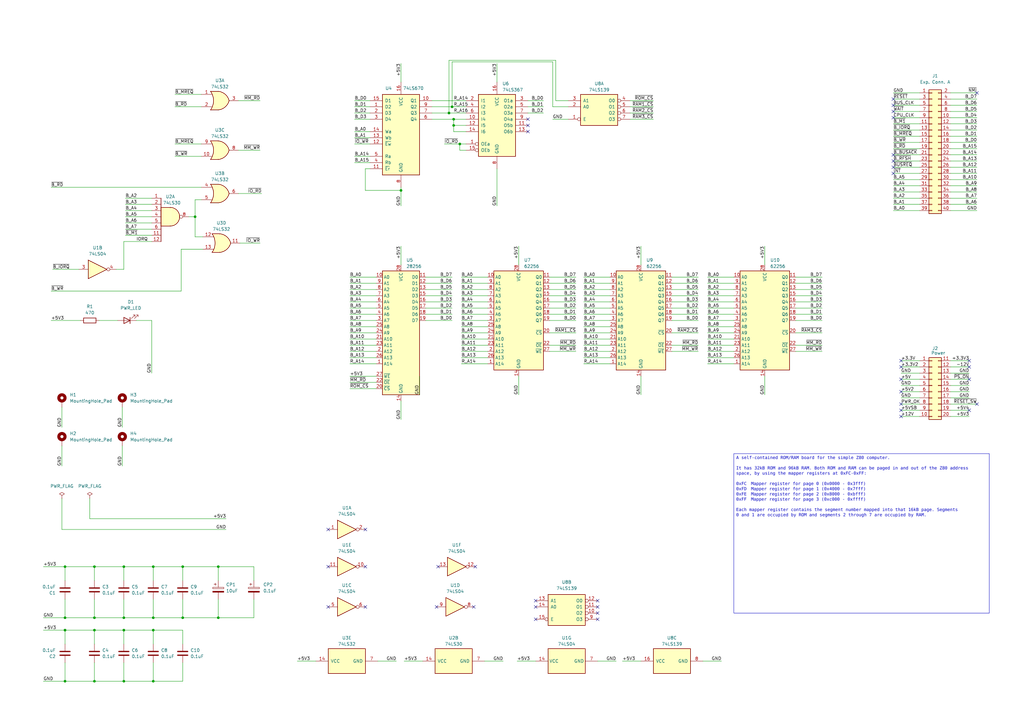
<source format=kicad_sch>
(kicad_sch (version 20230121) (generator eeschema)
  (paper "A3")
  (title_block (title "Simple Z80 ROM/RAM board") (date "2023-08-31") (rev "2.3"))
  (junction (at 185.42 43.815))
  (junction (at 184.15 46.355))
  (junction (at 74.93 232.41))
  (junction (at 50.8 279.4))
  (junction (at 50.8 253.365))
  (junction (at 26.67 258.445))
  (junction (at 188.595 59.055))
  (junction (at 50.8 258.445))
  (junction (at 50.8 232.41))
  (junction (at 80.01 88.9))
  (junction (at 62.865 258.445))
  (junction (at 26.67 279.4))
  (junction (at 74.93 253.365))
  (junction (at 186.055 51.435))
  (junction (at 164.465 78.105))
  (junction (at 62.865 279.4))
  (junction (at 186.055 48.895))
  (junction (at 62.865 253.365))
  (junction (at 38.735 232.41))
  (junction (at 26.67 232.41))
  (junction (at 38.735 258.445))
  (junction (at 38.735 279.4))
  (junction (at 26.67 253.365))
  (junction (at 89.535 253.365))
  (junction (at 38.735 253.365))
  (junction (at 62.865 232.41))
  (junction (at 89.535 232.41))
  (no_connect (at 397.51 147.955))
  (no_connect (at 369.57 160.655))
  (no_connect (at 366.395 43.18))
  (no_connect (at 369.57 165.735))
  (no_connect (at 179.705 232.41))
  (no_connect (at 149.86 248.92))
  (no_connect (at 134.62 232.41))
  (no_connect (at 366.395 48.26))
  (no_connect (at 149.86 217.17))
  (no_connect (at 219.71 254))
  (no_connect (at 194.945 232.41))
  (no_connect (at 400.685 38.1))
  (no_connect (at 369.57 155.575))
  (no_connect (at 245.11 254))
  (no_connect (at 397.51 150.495))
  (no_connect (at 369.57 168.275))
  (no_connect (at 366.395 40.64))
  (no_connect (at 366.395 68.58))
  (no_connect (at 219.71 246.38))
  (no_connect (at 245.11 246.38))
  (no_connect (at 134.62 217.17))
  (no_connect (at 369.57 170.815))
  (no_connect (at 366.395 66.04))
  (no_connect (at 366.395 45.72))
  (no_connect (at 245.11 248.92))
  (no_connect (at 366.395 71.12))
  (no_connect (at 216.535 53.975))
  (no_connect (at 194.31 248.92))
  (no_connect (at 134.62 248.92))
  (no_connect (at 400.685 165.735))
  (no_connect (at 245.11 251.46))
  (no_connect (at 369.57 147.955))
  (no_connect (at 366.395 63.5))
  (no_connect (at 369.57 150.495))
  (no_connect (at 216.535 48.895))
  (no_connect (at 397.51 155.575))
  (no_connect (at 397.51 168.275))
  (no_connect (at 149.86 232.41))
  (no_connect (at 216.535 51.435))
  (no_connect (at 219.71 248.92))
  (no_connect (at 179.07 248.92))
  (wire (pts (xy 236.22 116.205) (xy 225.425 116.205)))
  (wire (pts (xy 25.4 204.47) (xy 25.4 217.17)))
  (wire (pts (xy 145.415 46.355) (xy 151.765 46.355)))
  (wire (pts (xy 239.395 146.685) (xy 250.19 146.685)))
  (wire (pts (xy 366.395 50.8) (xy 377.19 50.8)))
  (wire (pts (xy 38.735 264.16) (xy 38.735 258.445)))
  (wire (pts (xy 21.59 110.49) (xy 32.385 110.49)))
  (wire (pts (xy 145.415 41.275) (xy 151.765 41.275)))
  (wire (pts (xy 74.295 102.235) (xy 74.295 119.38)))
  (wire (pts (xy 203.835 26.035) (xy 203.835 33.655)))
  (wire (pts (xy 236.22 131.445) (xy 225.425 131.445)))
  (wire (pts (xy 191.135 59.055) (xy 188.595 59.055)))
  (wire (pts (xy 177.165 43.815) (xy 185.42 43.815)))
  (wire (pts (xy 366.395 55.88) (xy 377.19 55.88)))
  (wire (pts (xy 189.23 144.145) (xy 200.025 144.145)))
  (wire (pts (xy 225.425 136.525) (xy 236.22 136.525)))
  (wire (pts (xy 275.59 141.605) (xy 286.385 141.605)))
  (wire (pts (xy 50.165 167.005) (xy 50.165 175.26)))
  (wire (pts (xy 389.89 158.115) (xy 397.51 158.115)))
  (wire (pts (xy 275.59 136.525) (xy 286.385 136.525)))
  (wire (pts (xy 400.685 71.12) (xy 389.89 71.12)))
  (wire (pts (xy 366.395 45.72) (xy 377.19 45.72)))
  (wire (pts (xy 62.23 131.445) (xy 62.23 153.035)))
  (wire (pts (xy 366.395 43.18) (xy 377.19 43.18)))
  (wire (pts (xy 258.445 41.275) (xy 267.97 41.275)))
  (wire (pts (xy 290.195 126.365) (xy 300.99 126.365)))
  (wire (pts (xy 400.685 50.8) (xy 389.89 50.8)))
  (wire (pts (xy 236.22 128.905) (xy 225.425 128.905)))
  (wire (pts (xy 50.8 279.4) (xy 62.865 279.4)))
  (wire (pts (xy 38.735 258.445) (xy 50.8 258.445)))
  (wire (pts (xy 80.01 88.9) (xy 80.01 81.915)))
  (wire (pts (xy 239.395 133.985) (xy 250.19 133.985)))
  (wire (pts (xy 186.055 48.895) (xy 186.055 51.435)))
  (wire (pts (xy 50.8 238.125) (xy 50.8 232.41)))
  (wire (pts (xy 286.385 113.665) (xy 275.59 113.665)))
  (wire (pts (xy 400.685 48.26) (xy 389.89 48.26)))
  (wire (pts (xy 47.625 110.49) (xy 50.8 110.49)))
  (wire (pts (xy 89.535 232.41) (xy 89.535 238.125)))
  (wire (pts (xy 189.23 141.605) (xy 200.025 141.605)))
  (wire (pts (xy 212.725 100.965) (xy 212.725 108.585)))
  (wire (pts (xy 62.865 232.41) (xy 74.93 232.41)))
  (wire (pts (xy 337.185 123.825) (xy 326.39 123.825)))
  (wire (pts (xy 326.39 136.525) (xy 337.185 136.525)))
  (wire (pts (xy 400.685 76.2) (xy 389.89 76.2)))
  (wire (pts (xy 38.735 232.41) (xy 50.8 232.41)))
  (wire (pts (xy 26.67 245.745) (xy 26.67 253.365)))
  (wire (pts (xy 366.395 60.96) (xy 377.19 60.96)))
  (wire (pts (xy 185.42 128.905) (xy 174.625 128.905)))
  (wire (pts (xy 222.885 46.355) (xy 216.535 46.355)))
  (wire (pts (xy 189.23 149.225) (xy 200.025 149.225)))
  (wire (pts (xy 26.67 264.16) (xy 26.67 258.445)))
  (wire (pts (xy 177.165 46.355) (xy 184.15 46.355)))
  (wire (pts (xy 189.23 146.685) (xy 200.025 146.685)))
  (wire (pts (xy 25.4 182.88) (xy 25.4 191.135)))
  (wire (pts (xy 397.51 153.035) (xy 389.89 153.035)))
  (wire (pts (xy 177.165 48.895) (xy 186.055 48.895)))
  (wire (pts (xy 262.89 161.925) (xy 262.89 154.305)))
  (wire (pts (xy 189.23 128.905) (xy 200.025 128.905)))
  (wire (pts (xy 89.535 253.365) (xy 89.535 245.745)))
  (wire (pts (xy 239.395 149.225) (xy 250.19 149.225)))
  (wire (pts (xy 164.465 172.085) (xy 164.465 164.465)))
  (wire (pts (xy 189.23 131.445) (xy 200.025 131.445)))
  (wire (pts (xy 239.395 139.065) (xy 250.19 139.065)))
  (wire (pts (xy 366.395 66.04) (xy 377.19 66.04)))
  (wire (pts (xy 337.185 116.205) (xy 326.39 116.205)))
  (wire (pts (xy 369.57 147.955) (xy 377.19 147.955)))
  (wire (pts (xy 143.51 154.305) (xy 154.305 154.305)))
  (wire (pts (xy 185.42 123.825) (xy 174.625 123.825)))
  (wire (pts (xy 189.23 113.665) (xy 200.025 113.665)))
  (wire (pts (xy 255.27 271.145) (xy 262.89 271.145)))
  (wire (pts (xy 38.735 279.4) (xy 50.8 279.4)))
  (wire (pts (xy 143.51 141.605) (xy 154.305 141.605)))
  (wire (pts (xy 212.09 271.145) (xy 219.71 271.145)))
  (wire (pts (xy 366.395 86.36) (xy 377.19 86.36)))
  (wire (pts (xy 239.395 144.145) (xy 250.19 144.145)))
  (wire (pts (xy 149.86 78.105) (xy 164.465 78.105)))
  (wire (pts (xy 369.57 150.495) (xy 377.19 150.495)))
  (wire (pts (xy 397.51 150.495) (xy 389.89 150.495)))
  (wire (pts (xy 50.8 232.41) (xy 62.865 232.41)))
  (wire (pts (xy 286.385 123.825) (xy 275.59 123.825)))
  (wire (pts (xy 143.51 121.285) (xy 154.305 121.285)))
  (wire (pts (xy 397.51 155.575) (xy 389.89 155.575)))
  (wire (pts (xy 189.23 139.065) (xy 200.025 139.065)))
  (wire (pts (xy 400.685 66.04) (xy 389.89 66.04)))
  (wire (pts (xy 25.4 217.17) (xy 92.71 217.17)))
  (wire (pts (xy 36.83 212.725) (xy 92.71 212.725)))
  (wire (pts (xy 366.395 40.64) (xy 377.19 40.64)))
  (wire (pts (xy 369.57 170.815) (xy 377.19 170.815)))
  (wire (pts (xy 143.51 113.665) (xy 154.305 113.665)))
  (wire (pts (xy 369.57 163.195) (xy 377.19 163.195)))
  (wire (pts (xy 62.865 264.16) (xy 62.865 258.445)))
  (wire (pts (xy 397.51 170.815) (xy 389.89 170.815)))
  (wire (pts (xy 143.51 136.525) (xy 154.305 136.525)))
  (wire (pts (xy 337.185 128.905) (xy 326.39 128.905)))
  (wire (pts (xy 366.395 83.82) (xy 377.19 83.82)))
  (wire (pts (xy 62.865 258.445) (xy 74.93 258.445)))
  (wire (pts (xy 143.51 116.205) (xy 154.305 116.205)))
  (wire (pts (xy 188.595 61.595) (xy 188.595 59.055)))
  (wire (pts (xy 400.685 165.735) (xy 389.89 165.735)))
  (wire (pts (xy 38.735 271.78) (xy 38.735 279.4)))
  (wire (pts (xy 26.67 253.365) (xy 38.735 253.365)))
  (wire (pts (xy 25.4 167.005) (xy 25.4 175.26)))
  (wire (pts (xy 20.955 131.445) (xy 33.02 131.445)))
  (wire (pts (xy 143.51 128.905) (xy 154.305 128.905)))
  (wire (pts (xy 400.685 58.42) (xy 389.89 58.42)))
  (wire (pts (xy 258.445 48.895) (xy 267.97 48.895)))
  (wire (pts (xy 222.885 43.815) (xy 216.535 43.815)))
  (wire (pts (xy 145.415 64.135) (xy 151.765 64.135)))
  (wire (pts (xy 290.195 118.745) (xy 300.99 118.745)))
  (wire (pts (xy 290.195 113.665) (xy 300.99 113.665)))
  (wire (pts (xy 400.685 83.82) (xy 389.89 83.82)))
  (wire (pts (xy 151.765 59.055) (xy 145.415 59.055)))
  (wire (pts (xy 206.375 271.145) (xy 198.755 271.145)))
  (wire (pts (xy 143.51 144.145) (xy 154.305 144.145)))
  (wire (pts (xy 369.57 153.035) (xy 377.19 153.035)))
  (wire (pts (xy 165.735 271.145) (xy 173.355 271.145)))
  (wire (pts (xy 20.955 119.38) (xy 74.295 119.38)))
  (wire (pts (xy 74.93 238.125) (xy 74.93 232.41)))
  (wire (pts (xy 326.39 141.605) (xy 337.185 141.605)))
  (wire (pts (xy 38.735 245.745) (xy 38.735 253.365)))
  (wire (pts (xy 17.78 253.365) (xy 26.67 253.365)))
  (wire (pts (xy 400.685 68.58) (xy 389.89 68.58)))
  (wire (pts (xy 143.51 123.825) (xy 154.305 123.825)))
  (wire (pts (xy 74.93 271.78) (xy 74.93 279.4)))
  (wire (pts (xy 145.415 56.515) (xy 151.765 56.515)))
  (wire (pts (xy 366.395 48.26) (xy 377.19 48.26)))
  (wire (pts (xy 295.91 271.145) (xy 288.29 271.145)))
  (wire (pts (xy 290.195 116.205) (xy 300.99 116.205)))
  (wire (pts (xy 227.965 41.275) (xy 233.045 41.275)))
  (wire (pts (xy 400.685 53.34) (xy 389.89 53.34)))
  (wire (pts (xy 286.385 126.365) (xy 275.59 126.365)))
  (wire (pts (xy 98.425 99.695) (xy 106.68 99.695)))
  (wire (pts (xy 225.425 144.145) (xy 236.22 144.145)))
  (wire (pts (xy 145.415 53.975) (xy 151.765 53.975)))
  (wire (pts (xy 185.42 126.365) (xy 174.625 126.365)))
  (wire (pts (xy 38.735 238.125) (xy 38.735 232.41)))
  (wire (pts (xy 400.685 81.28) (xy 389.89 81.28)))
  (wire (pts (xy 400.685 40.64) (xy 389.89 40.64)))
  (wire (pts (xy 239.395 121.285) (xy 250.19 121.285)))
  (wire (pts (xy 164.465 100.965) (xy 164.465 108.585)))
  (wire (pts (xy 226.695 25.4) (xy 226.695 43.815)))
  (wire (pts (xy 366.395 58.42) (xy 377.19 58.42)))
  (wire (pts (xy 104.14 232.41) (xy 104.14 238.125)))
  (wire (pts (xy 369.57 158.115) (xy 377.19 158.115)))
  (wire (pts (xy 164.465 78.105) (xy 164.465 76.835)))
  (wire (pts (xy 326.39 144.145) (xy 337.185 144.145)))
  (wire (pts (xy 366.395 81.28) (xy 377.19 81.28)))
  (wire (pts (xy 71.755 43.815) (xy 82.55 43.815)))
  (wire (pts (xy 74.93 232.41) (xy 89.535 232.41)))
  (wire (pts (xy 290.195 128.905) (xy 300.99 128.905)))
  (wire (pts (xy 26.67 271.78) (xy 26.67 279.4)))
  (wire (pts (xy 184.15 24.765) (xy 184.15 46.355)))
  (wire (pts (xy 222.885 41.275) (xy 216.535 41.275)))
  (wire (pts (xy 38.735 253.365) (xy 50.8 253.365)))
  (wire (pts (xy 185.42 113.665) (xy 174.625 113.665)))
  (wire (pts (xy 164.465 26.035) (xy 164.465 33.655)))
  (wire (pts (xy 366.395 38.1) (xy 377.19 38.1)))
  (wire (pts (xy 236.22 121.285) (xy 225.425 121.285)))
  (wire (pts (xy 400.685 45.72) (xy 389.89 45.72)))
  (wire (pts (xy 400.685 63.5) (xy 389.89 63.5)))
  (wire (pts (xy 400.685 78.74) (xy 389.89 78.74)))
  (wire (pts (xy 212.725 161.925) (xy 212.725 154.305)))
  (wire (pts (xy 236.22 123.825) (xy 225.425 123.825)))
  (wire (pts (xy 83.185 102.235) (xy 74.295 102.235)))
  (wire (pts (xy 186.055 51.435) (xy 191.135 51.435)))
  (wire (pts (xy 286.385 128.905) (xy 275.59 128.905)))
  (wire (pts (xy 290.195 121.285) (xy 300.99 121.285)))
  (wire (pts (xy 286.385 118.745) (xy 275.59 118.745)))
  (wire (pts (xy 145.415 66.675) (xy 151.765 66.675)))
  (wire (pts (xy 185.42 116.205) (xy 174.625 116.205)))
  (wire (pts (xy 50.8 253.365) (xy 62.865 253.365)))
  (wire (pts (xy 337.185 118.745) (xy 326.39 118.745)))
  (wire (pts (xy 17.78 232.41) (xy 26.67 232.41)))
  (wire (pts (xy 400.685 86.36) (xy 389.89 86.36)))
  (wire (pts (xy 143.51 131.445) (xy 154.305 131.445)))
  (wire (pts (xy 397.51 163.195) (xy 389.89 163.195)))
  (wire (pts (xy 236.22 126.365) (xy 225.425 126.365)))
  (wire (pts (xy 400.685 60.96) (xy 389.89 60.96)))
  (wire (pts (xy 397.51 147.955) (xy 389.89 147.955)))
  (wire (pts (xy 252.73 271.145) (xy 245.11 271.145)))
  (wire (pts (xy 71.755 64.135) (xy 82.55 64.135)))
  (wire (pts (xy 369.57 160.655) (xy 377.19 160.655)))
  (wire (pts (xy 51.435 83.82) (xy 62.23 83.82)))
  (wire (pts (xy 143.51 118.745) (xy 154.305 118.745)))
  (wire (pts (xy 151.765 69.215) (xy 149.86 69.215)))
  (wire (pts (xy 225.425 141.605) (xy 236.22 141.605)))
  (wire (pts (xy 275.59 144.145) (xy 286.385 144.145)))
  (wire (pts (xy 290.195 123.825) (xy 300.99 123.825)))
  (wire (pts (xy 400.685 73.66) (xy 389.89 73.66)))
  (wire (pts (xy 50.8 245.745) (xy 50.8 253.365)))
  (wire (pts (xy 366.395 63.5) (xy 377.19 63.5)))
  (wire (pts (xy 143.51 159.385) (xy 154.305 159.385)))
  (wire (pts (xy 236.22 113.665) (xy 225.425 113.665)))
  (wire (pts (xy 239.395 136.525) (xy 250.19 136.525)))
  (wire (pts (xy 239.395 141.605) (xy 250.19 141.605)))
  (wire (pts (xy 185.42 121.285) (xy 174.625 121.285)))
  (wire (pts (xy 189.23 123.825) (xy 200.025 123.825)))
  (wire (pts (xy 50.8 99.06) (xy 62.23 99.06)))
  (wire (pts (xy 239.395 123.825) (xy 250.19 123.825)))
  (wire (pts (xy 337.185 131.445) (xy 326.39 131.445)))
  (wire (pts (xy 239.395 131.445) (xy 250.19 131.445)))
  (wire (pts (xy 290.195 131.445) (xy 300.99 131.445)))
  (wire (pts (xy 89.535 232.41) (xy 104.14 232.41)))
  (wire (pts (xy 184.15 24.765) (xy 227.965 24.765)))
  (wire (pts (xy 51.435 93.98) (xy 62.23 93.98)))
  (wire (pts (xy 154.305 156.845) (xy 143.51 156.845)))
  (wire (pts (xy 20.955 76.835) (xy 82.55 76.835)))
  (wire (pts (xy 74.93 264.16) (xy 74.93 258.445)))
  (wire (pts (xy 17.78 279.4) (xy 26.67 279.4)))
  (wire (pts (xy 337.185 113.665) (xy 326.39 113.665)))
  (wire (pts (xy 239.395 113.665) (xy 250.19 113.665)))
  (wire (pts (xy 290.195 141.605) (xy 300.99 141.605)))
  (wire (pts (xy 313.69 100.965) (xy 313.69 108.585)))
  (wire (pts (xy 50.165 182.88) (xy 50.165 191.135)))
  (wire (pts (xy 97.79 61.595) (xy 106.68 61.595)))
  (wire (pts (xy 50.8 110.49) (xy 50.8 99.06)))
  (wire (pts (xy 26.67 258.445) (xy 38.735 258.445)))
  (wire (pts (xy 80.01 97.155) (xy 80.01 88.9)))
  (wire (pts (xy 77.47 88.9) (xy 80.01 88.9)))
  (wire (pts (xy 290.195 139.065) (xy 300.99 139.065)))
  (wire (pts (xy 397.51 168.275) (xy 389.89 168.275)))
  (wire (pts (xy 177.165 41.275) (xy 191.135 41.275)))
  (wire (pts (xy 189.23 126.365) (xy 200.025 126.365)))
  (wire (pts (xy 62.865 271.78) (xy 62.865 279.4)))
  (wire (pts (xy 51.435 91.44) (xy 62.23 91.44)))
  (wire (pts (xy 185.42 118.745) (xy 174.625 118.745)))
  (wire (pts (xy 239.395 126.365) (xy 250.19 126.365)))
  (wire (pts (xy 184.15 46.355) (xy 191.135 46.355)))
  (wire (pts (xy 143.51 149.225) (xy 154.305 149.225)))
  (wire (pts (xy 143.51 126.365) (xy 154.305 126.365)))
  (wire (pts (xy 239.395 118.745) (xy 250.19 118.745)))
  (wire (pts (xy 226.695 43.815) (xy 233.045 43.815)))
  (wire (pts (xy 62.865 238.125) (xy 62.865 232.41)))
  (wire (pts (xy 313.69 161.925) (xy 313.69 154.305)))
  (wire (pts (xy 26.67 232.41) (xy 38.735 232.41)))
  (wire (pts (xy 51.435 81.28) (xy 62.23 81.28)))
  (wire (pts (xy 121.92 271.145) (xy 129.54 271.145)))
  (wire (pts (xy 366.395 68.58) (xy 377.19 68.58)))
  (wire (pts (xy 97.79 41.275) (xy 106.68 41.275)))
  (wire (pts (xy 369.57 168.275) (xy 377.19 168.275)))
  (wire (pts (xy 262.89 100.965) (xy 262.89 108.585)))
  (wire (pts (xy 50.8 271.78) (xy 50.8 279.4)))
  (wire (pts (xy 258.445 43.815) (xy 267.97 43.815)))
  (wire (pts (xy 62.865 253.365) (xy 74.93 253.365)))
  (wire (pts (xy 337.185 126.365) (xy 326.39 126.365)))
  (wire (pts (xy 186.055 48.895) (xy 191.135 48.895)))
  (wire (pts (xy 172.085 161.925) (xy 172.085 154.305)))
  (wire (pts (xy 226.695 48.895) (xy 233.045 48.895)))
  (wire (pts (xy 227.965 24.765) (xy 227.965 41.275)))
  (wire (pts (xy 62.23 131.445) (xy 55.88 131.445)))
  (wire (pts (xy 62.865 279.4) (xy 74.93 279.4)))
  (wire (pts (xy 50.8 264.16) (xy 50.8 258.445)))
  (wire (pts (xy 145.415 43.815) (xy 151.765 43.815)))
  (wire (pts (xy 286.385 131.445) (xy 275.59 131.445)))
  (wire (pts (xy 51.435 96.52) (xy 62.23 96.52)))
  (wire (pts (xy 290.195 136.525) (xy 300.99 136.525)))
  (wire (pts (xy 143.51 139.065) (xy 154.305 139.065)))
  (wire (pts (xy 290.195 146.685) (xy 300.99 146.685)))
  (wire (pts (xy 80.01 81.915) (xy 82.55 81.915)))
  (wire (pts (xy 189.23 121.285) (xy 200.025 121.285)))
  (wire (pts (xy 366.395 53.34) (xy 377.19 53.34)))
  (wire (pts (xy 26.67 279.4) (xy 38.735 279.4)))
  (wire (pts (xy 189.23 116.205) (xy 200.025 116.205)))
  (wire (pts (xy 97.79 79.375) (xy 107.315 79.375)))
  (wire (pts (xy 83.185 97.155) (xy 80.01 97.155)))
  (wire (pts (xy 203.835 84.455) (xy 203.835 69.215)))
  (wire (pts (xy 337.185 121.285) (xy 326.39 121.285)))
  (wire (pts (xy 290.195 144.145) (xy 300.99 144.145)))
  (wire (pts (xy 149.86 69.215) (xy 149.86 78.105)))
  (wire (pts (xy 366.395 76.2) (xy 377.19 76.2)))
  (wire (pts (xy 104.14 253.365) (xy 104.14 245.745)))
  (wire (pts (xy 239.395 116.205) (xy 250.19 116.205)))
  (wire (pts (xy 290.195 149.225) (xy 300.99 149.225)))
  (wire (pts (xy 71.755 59.055) (xy 82.55 59.055)))
  (wire (pts (xy 71.755 38.735) (xy 82.55 38.735)))
  (wire (pts (xy 186.055 53.975) (xy 191.135 53.975)))
  (wire (pts (xy 51.435 86.36) (xy 62.23 86.36)))
  (wire (pts (xy 188.595 59.055) (xy 182.245 59.055)))
  (wire (pts (xy 89.535 253.365) (xy 104.14 253.365)))
  (wire (pts (xy 189.23 136.525) (xy 200.025 136.525)))
  (wire (pts (xy 145.415 48.895) (xy 151.765 48.895)))
  (wire (pts (xy 189.23 118.745) (xy 200.025 118.745)))
  (wire (pts (xy 286.385 116.205) (xy 275.59 116.205)))
  (wire (pts (xy 369.57 165.735) (xy 377.19 165.735)))
  (wire (pts (xy 286.385 121.285) (xy 275.59 121.285)))
  (wire (pts (xy 143.51 146.685) (xy 154.305 146.685)))
  (wire (pts (xy 17.78 258.445) (xy 26.67 258.445)))
  (wire (pts (xy 143.51 133.985) (xy 154.305 133.985)))
  (wire (pts (xy 366.395 71.12) (xy 377.19 71.12)))
  (wire (pts (xy 397.51 160.655) (xy 389.89 160.655)))
  (wire (pts (xy 185.42 25.4) (xy 185.42 43.815)))
  (wire (pts (xy 185.42 43.815) (xy 191.135 43.815)))
  (wire (pts (xy 162.56 271.145) (xy 154.94 271.145)))
  (wire (pts (xy 74.93 253.365) (xy 89.535 253.365)))
  (wire (pts (xy 400.685 55.88) (xy 389.89 55.88)))
  (wire (pts (xy 369.57 155.575) (xy 377.19 155.575)))
  (wire (pts (xy 26.67 238.125) (xy 26.67 232.41)))
  (wire (pts (xy 191.135 61.595) (xy 188.595 61.595)))
  (wire (pts (xy 236.22 118.745) (xy 225.425 118.745)))
  (wire (pts (xy 185.42 25.4) (xy 226.695 25.4)))
  (wire (pts (xy 50.8 258.445) (xy 62.865 258.445)))
  (wire (pts (xy 400.685 38.1) (xy 389.89 38.1)))
  (wire (pts (xy 40.64 131.445) (xy 48.26 131.445)))
  (wire (pts (xy 164.465 84.455) (xy 164.465 78.105)))
  (wire (pts (xy 62.865 245.745) (xy 62.865 253.365)))
  (wire (pts (xy 185.42 131.445) (xy 174.625 131.445)))
  (wire (pts (xy 258.445 46.355) (xy 267.97 46.355)))
  (wire (pts (xy 36.83 204.47) (xy 36.83 212.725)))
  (wire (pts (xy 400.685 43.18) (xy 389.89 43.18)))
  (wire (pts (xy 51.435 88.9) (xy 62.23 88.9)))
  (wire (pts (xy 189.23 133.985) (xy 200.025 133.985)))
  (wire (pts (xy 186.055 51.435) (xy 186.055 53.975)))
  (wire (pts (xy 290.195 133.985) (xy 300.99 133.985)))
  (wire (pts (xy 366.395 73.66) (xy 377.19 73.66)))
  (wire (pts (xy 366.395 78.74) (xy 377.19 78.74)))
  (wire (pts (xy 74.93 245.745) (xy 74.93 253.365)))
  (wire (pts (xy 239.395 128.905) (xy 250.19 128.905)))
  (text_box "A self-contained ROM/RAM board for the simple Z80 computer. \n\nIt has 32kB ROM and 96kB RAM. Both ROM and RAM can be paged in and out of the Z80 address\nspace, by using the mapper registers at 0xFC-0xFF:\n\n0xFC	Mapper register for page 0 (0x0000 - 0x3fff)\n0xFD	Mapper register for page 1 (0x4000 - 0x7fff)\n0xFE	Mapper register for page 2 (0x8000 - 0xbfff)\n0xFF	Mapper register for page 3 (0xc000 - 0xffff)\n\nEach mapper register contains the segment number mapped into that 16kB page. Segments\n0 and 1 are occupied by ROM and segments 2 through 7 are occupied by RAM." (at 300.99 186.055 0) (size 104.775 65.405) (effects (font (size 1.27 1.27)) (justify left top)))
  (label "B_A13" (at 143.51 146.685 0))
  (label "~{MM_WR}" (at 106.68 61.595 180))
  (label "B_D5" (at 337.185 118.745 180))
  (label "GND" (at 50.165 175.26 90))
  (label "~{IO_RD}" (at 182.245 59.055 0))
  (label "~{B_BUSACK}" (at 366.395 63.5 0))
  (label "B_A15" (at 145.415 66.675 0))
  (label "+5V3" (at 20.955 131.445 0))
  (label "~{MM_RD}" (at 236.22 141.605 180))
  (label "GND" (at 25.4 191.135 90))
  (label "GND" (at 397.51 163.195 180))
  (label "~{RAM1_CS}" (at 267.97 43.815 180))
  (label "B_A9" (at 400.685 76.2 180))
  (label "~{B_WR}" (at 366.395 58.42 0))
  (label "B_A3" (at 51.435 83.82 0))
  (label "B_A7" (at 51.435 93.98 0))
  (label "+3.3V3" (at 397.51 147.955 180))
  (label "GND" (at 62.23 153.035 90))
  (label "+5V3" (at 212.725 100.965 270))
  (label "+5V2" (at 369.57 160.655 0))
  (label "~{PS_ON}" (at 397.51 155.575 180))
  (label "B_D3" (at 236.22 123.825 180))
  (label "B_D6" (at 337.185 116.205 180))
  (label "B_A3" (at 143.51 121.285 0))
  (label "B_D6" (at 400.685 43.18 180))
  (label "GND" (at 50.165 191.135 90))
  (label "B_A14" (at 145.415 64.135 0))
  (label "B_A2" (at 366.395 81.28 0))
  (label "~{B_M1}" (at 51.435 96.52 0))
  (label "~{B_IORQ}" (at 21.59 110.49 0))
  (label "~{B_M1}" (at 366.395 50.8 0))
  (label "B_D0" (at 222.885 41.275 180))
  (label "B_A4" (at 239.395 123.825 0))
  (label "+5V3" (at 212.09 271.145 0))
  (label "B_D6" (at 185.42 116.205 180))
  (label "B_D5" (at 286.385 118.745 180))
  (label "GND" (at 397.51 158.115 180))
  (label "B_A12" (at 290.195 144.145 0))
  (label "B_D4" (at 236.22 121.285 180))
  (label "B_D2" (at 400.685 53.34 180))
  (label "GND" (at 252.73 271.145 180))
  (label "B_A12" (at 143.51 144.145 0))
  (label "B_A8" (at 143.51 133.985 0))
  (label "B_A0" (at 145.415 53.975 0))
  (label "B_A12" (at 189.23 144.145 0))
  (label "GND" (at 164.465 172.085 90))
  (label "+5V3" (at 164.465 26.035 270))
  (label "B_D2" (at 185.42 126.365 180))
  (label "B_D1" (at 286.385 128.905 180))
  (label "B_D1" (at 400.685 55.88 180))
  (label "~{INT}" (at 366.395 71.12 0))
  (label "B_A4" (at 143.51 123.825 0))
  (label "IORQ" (at 55.88 99.06 0))
  (label "GND" (at 203.835 84.455 90))
  (label "B_D1" (at 185.42 128.905 180))
  (label "~{RAM3_CS}" (at 337.185 136.525 180))
  (label "~{B_MREQ}" (at 366.395 55.88 0))
  (label "B_A10" (at 143.51 139.065 0))
  (label "~{IO_WR}" (at 106.68 99.695 180))
  (label "B_A8" (at 290.195 133.985 0))
  (label "B_A15" (at 400.685 60.96 180))
  (label "GND" (at 172.085 161.925 90))
  (label "B_D5" (at 400.685 45.72 180))
  (label "B_D7" (at 286.385 113.665 180))
  (label "B_A3" (at 366.395 78.74 0))
  (label "B_D7" (at 185.42 113.665 180))
  (label "~{WAIT}" (at 366.395 45.72 0))
  (label "GND" (at 212.725 161.925 90))
  (label "GND" (at 369.57 153.035 0))
  (label "B_A7" (at 143.51 131.445 0))
  (label "~{RAM2_CS}" (at 286.385 136.525 180))
  (label "+5V3" (at 92.71 212.725 180))
  (label "B_D7" (at 337.185 113.665 180))
  (label "B_A1" (at 239.395 116.205 0))
  (label "B_A8" (at 400.685 78.74 180))
  (label "B_A13" (at 189.23 146.685 0))
  (label "B_D0" (at 286.385 131.445 180))
  (label "+5V3" (at 313.69 100.965 270))
  (label "B_A5" (at 366.395 73.66 0))
  (label "B_A0" (at 189.23 113.665 0))
  (label "+12V" (at 369.57 170.815 0))
  (label "+5V3" (at 203.835 26.035 270))
  (label "B_A2" (at 189.23 118.745 0))
  (label "B_A14" (at 400.685 63.5 180))
  (label "B_D2" (at 145.415 46.355 0))
  (label "B_A2" (at 143.51 118.745 0))
  (label "B_A6" (at 51.435 91.44 0))
  (label "B_A0" (at 143.51 113.665 0))
  (label "B_A11" (at 189.23 141.605 0))
  (label "~{MM_RD}" (at 143.51 156.845 0))
  (label "B_D2" (at 286.385 126.365 180))
  (label "GND" (at 25.4 175.26 90))
  (label "B_A12" (at 400.685 68.58 180))
  (label "B_A8" (at 189.23 133.985 0))
  (label "B_D7" (at 400.685 40.64 180))
  (label "B_A9" (at 239.395 136.525 0))
  (label "B_A5" (at 51.435 88.9 0))
  (label "GND" (at 164.465 84.455 90))
  (label "B_A0" (at 366.395 86.36 0))
  (label "~{RAM3_CS}" (at 267.97 48.895 180))
  (label "GND" (at 92.71 217.17 180))
  (label "~{NMI}" (at 400.685 38.1 180))
  (label "R_A15" (at 186.055 43.815 0))
  (label "GND" (at 400.685 86.36 180))
  (label "~{RAM2_CS}" (at 267.97 46.355 180))
  (label "B_A3" (at 189.23 121.285 0))
  (label "GND" (at 262.89 161.925 90))
  (label "R_A14" (at 186.055 41.275 0))
  (label "~{RESET_SW}" (at 400.685 165.735 180))
  (label "B_D5" (at 185.42 118.745 180))
  (label "B_A5" (at 239.395 126.365 0))
  (label "GND" (at 397.51 153.035 180))
  (label "B_A9" (at 290.195 136.525 0))
  (label "GND" (at 313.69 161.925 90))
  (label "B_A6" (at 143.51 128.905 0))
  (label "~{MM_RD}" (at 286.385 141.605 180))
  (label "B_A10" (at 400.685 73.66 180))
  (label "B_D1" (at 145.415 43.815 0))
  (label "~{MM_WR}" (at 337.185 144.145 180))
  (label "+5VSB" (at 369.57 168.275 0))
  (label "~{IO_WR}" (at 145.415 59.055 0))
  (label "R_A16" (at 186.055 46.355 0))
  (label "B_A10" (at 239.395 139.065 0))
  (label "B_A11" (at 239.395 141.605 0))
  (label "B_A13" (at 239.395 146.685 0))
  (label "B_A3" (at 290.195 121.285 0))
  (label "GND" (at 369.57 163.195 0))
  (label "~{B_RD}" (at 366.395 60.96 0))
  (label "+3.3V2" (at 369.57 150.495 0))
  (label "~{MM_WR}" (at 286.385 144.145 180))
  (label "B_A6" (at 239.395 128.905 0))
  (label "GND" (at 295.91 271.145 180))
  (label "GND" (at 17.78 279.4 0))
  (label "B_D6" (at 236.22 116.205 180))
  (label "B_D0" (at 236.22 131.445 180))
  (label "BUS_CLK" (at 366.395 43.18 0))
  (label "B_A1" (at 290.195 116.205 0))
  (label "GND" (at 17.78 253.365 0))
  (label "B_D2" (at 222.885 46.355 180))
  (label "B_D3" (at 337.185 123.825 180))
  (label "B_A5" (at 290.195 126.365 0))
  (label "~{B_RFSH}" (at 366.395 66.04 0))
  (label "~{B_RD}" (at 71.755 43.815 0))
  (label "+5V3" (at 17.78 258.445 0))
  (label "B_A1" (at 145.415 56.515 0))
  (label "B_A10" (at 189.23 139.065 0))
  (label "R_A14" (at 189.23 149.225 0))
  (label "~{B_RD}" (at 20.955 76.835 0))
  (label "+5V3" (at 397.51 170.815 180))
  (label "~{MM_WR}" (at 236.22 144.145 180))
  (label "B_D0" (at 145.415 41.275 0))
  (label "B_A1" (at 189.23 116.205 0))
  (label "B_A11" (at 290.195 141.605 0))
  (label "B_D3" (at 400.685 50.8 180))
  (label "B_A11" (at 400.685 71.12 180))
  (label "B_A7" (at 189.23 131.445 0))
  (label "B_D7" (at 236.22 113.665 180))
  (label "B_D3" (at 145.415 48.895 0))
  (label "B_A10" (at 290.195 139.065 0))
  (label "R_A14" (at 143.51 149.225 0))
  (label "~{RESET}" (at 366.395 40.64 0))
  (label "B_A12" (at 239.395 144.145 0))
  (label "~{B_WR}" (at 20.955 119.38 0))
  (label "PWR_OK" (at 369.57 165.735 0))
  (label "B_A1" (at 143.51 116.205 0))
  (label "B_D2" (at 337.185 126.365 180))
  (label "~{MM_RD}" (at 337.185 141.605 180))
  (label "B_D1" (at 337.185 128.905 180))
  (label "B_D6" (at 286.385 116.205 180))
  (label "+5V4" (at 397.51 168.275 180))
  (label "B_D4" (at 185.42 121.285 180))
  (label "B_A7" (at 290.195 131.445 0))
  (label "-12V" (at 397.51 150.495 180))
  (label "B_A7" (at 239.395 131.445 0))
  (label "B_A1" (at 366.395 83.82 0))
  (label "GND" (at 369.57 158.115 0))
  (label "B_A4" (at 290.195 123.825 0))
  (label "B_A7" (at 400.685 81.28 180))
  (label "B_A2" (at 239.395 118.745 0))
  (label "B_A4" (at 189.23 123.825 0))
  (label "~{IO_RD}" (at 107.315 79.375 180))
  (label "B_A13" (at 290.195 146.685 0))
  (label "B_A6" (at 400.685 83.82 180))
  (label "B_A8" (at 239.395 133.985 0))
  (label "B_A5" (at 189.23 126.365 0))
  (label "B_D2" (at 236.22 126.365 180))
  (label "R_A14" (at 290.195 149.225 0))
  (label "R_A14" (at 239.395 149.225 0))
  (label "B_A13" (at 400.685 66.04 180))
  (label "B_A5" (at 143.51 126.365 0))
  (label "~{ROM_CS}" (at 143.51 159.385 0))
  (label "B_A3" (at 239.395 121.285 0))
  (label "B_A9" (at 143.51 136.525 0))
  (label "B_D0" (at 185.42 131.445 180))
  (label "~{B_MREQ}" (at 71.755 59.055 0))
  (label "~{RAM1_CS}" (at 236.22 136.525 180))
  (label "B_A6" (at 189.23 128.905 0))
  (label "GND" (at 226.695 48.895 0))
  (label "~{B_WR}" (at 71.755 64.135 0))
  (label "B_D3" (at 286.385 123.825 180))
  (label "~{BUSREQ}" (at 366.395 68.58 0))
  (label "+5V3" (at 121.92 271.145 0))
  (label "GND" (at 162.56 271.145 180))
  (label "+5V3" (at 255.27 271.145 0))
  (label "+5V3" (at 165.735 271.145 0))
  (label "B_D3" (at 185.42 123.825 180))
  (label "B_A0" (at 290.195 113.665 0))
  (label "GND" (at 397.51 160.655 180))
  (label "B_D4" (at 337.185 121.285 180))
  (label "B_D5" (at 236.22 118.745 180))
  (label "B_D1" (at 236.22 128.905 180))
  (label "GND" (at 366.395 38.1 0))
  (label "+5V3" (at 17.78 232.41 0))
  (label "B_D1" (at 222.885 43.815 180))
  (label "+5V3" (at 143.51 154.305 0))
  (label "B_A11" (at 143.51 141.605 0))
  (label "B_A2" (at 290.195 118.745 0))
  (label "~{MM_RD}" (at 106.68 41.275 180))
  (label "B_D4" (at 400.685 48.26 180))
  (label "B_A6" (at 290.195 128.905 0))
  (label "+3.3V" (at 369.57 147.955 0))
  (label "+5V" (at 369.57 155.575 0))
  (label "~{ROM_CS}" (at 267.97 41.275 180))
  (label "B_A4" (at 366.395 76.2 0))
  (label "CPU_CLK" (at 366.395 48.26 0))
  (label "B_D4" (at 286.385 121.285 180))
  (label "+5V3" (at 164.465 100.965 270))
  (label "~{B_MREQ}" (at 71.755 38.735 0))
  (label "B_A2" (at 51.435 81.28 0))
  (label "B_A4" (at 51.435 86.36 0))
  (label "B_D0" (at 337.185 131.445 180))
  (label "B_A9" (at 189.23 136.525 0))
  (label "B_D0" (at 400.685 58.42 180))
  (label "+5V3" (at 262.89 100.965 270))
  (label "B_A0" (at 239.395 113.665 0))
  (label "GND" (at 206.375 271.145 180))
  (label "~{B_IORQ}" (at 366.395 53.34 0))
  (symbol (lib_id "power:PWR_FLAG") (at 36.83 204.47 0) (unit 1)
    (property "Reference" "#FLG02" (effects hide))
    (property "Value" "PWR_FLAG" (at 36.83 199.39 0))
  )
  (symbol (lib_id "74xx:74LS30") (at 186.055 271.145 90) (unit 2)
    (property "Reference" "U2" (at 186.055 261.62 90))
    (property "Value" "74LS30" (at 186.055 264.16 90))
    (property "Footprint" "Package_DIP:DIP-14_W7.62mm_Socket" (effects hide))
    (property "Datasheet" "http://www.ti.com/lit/gpn/sn74LS30" (effects hide))
  )
  (symbol (lib_id "74xx:74LS04") (at 40.005 110.49 0) (unit 2)
    (property "Reference" "U1" (at 40.005 101.6 0))
    (property "Value" "74LS04" (at 40.005 104.14 0))
    (property "Footprint" "Package_DIP:DIP-14_W7.62mm_Socket" (effects hide))
    (property "Datasheet" "http://www.ti.com/lit/gpn/sn74LS04" (effects hide))
  )
  (symbol (lib_id "Memory_RAM:HM62256BLP") (at 262.89 131.445 0) (unit 1)
    (property "Reference" "U9" (at 265.0841 106.68 0) (effects (justify left)))
    (property "Value" "62256" (at 265.0841 109.22 0) (effects (justify left)))
    (property "Footprint" "Package_DIP:DIP-28_W15.24mm_Socket" (effects hide))
    (property "Datasheet" "https://web.mit.edu/6.115/www/document/62256.pdf" (effects hide))
  )
  (symbol (lib_id "Mechanical:MountingHole_Pad") (at 50.165 180.34 0) (unit 1)
    (property "Reference" "H4" (at 53.34 177.7999 0) (effects (justify left)))
    (property "Value" "MountingHole_Pad" (at 53.34 180.3399 0) (effects (justify left)))
    (property "Footprint" "MountingHole:MountingHole_3.2mm_M3_ISO7380_Pad" (effects hide))
  )
  (symbol (lib_id "Device:C") (at 50.8 267.97 0) (unit 1)
    (property "Reference" "C6" (at 53.975 266.7 0) (effects (justify left)))
    (property "Value" "0.1uF" (at 53.975 269.24 0) (effects (justify left)))
    (property "Footprint" "Capacitor_THT:C_Disc_D5.0mm_W2.5mm_P2.50mm" (effects hide))
  )
  (symbol (lib_id "74xx:74LS32") (at 90.805 99.695 0) (unit 4)
    (property "Reference" "U3" (at 90.805 91.44 0))
    (property "Value" "74LS32" (at 90.805 93.98 0))
    (property "Footprint" "Package_DIP:DIP-14_W7.62mm_Socket" (effects hide))
    (property "Datasheet" "http://www.ti.com/lit/gpn/sn74LS32" (effects hide))
  )
  (symbol (lib_id "74xx:74LS670") (at 164.465 53.975 0) (unit 1)
    (property "Reference" "U4" (at 159.385 36.195 0))
    (property "Value" "74LS670" (at 169.545 36.195 0))
    (property "Footprint" "Package_DIP:DIP-16_W7.62mm_Socket" (effects hide))
    (property "Datasheet" "http://www.ti.com/lit/gpn/sn74LS670" (effects hide))
  )
  (symbol (lib_id "Device:C") (at 38.735 241.935 0) (unit 1)
    (property "Reference" "C3" (at 41.91 240.665 0) (effects (justify left)))
    (property "Value" "0.1uF" (at 41.91 243.205 0) (effects (justify left)))
    (property "Footprint" "Capacitor_THT:C_Disc_D5.0mm_W2.5mm_P2.50mm" (effects hide))
  )
  (symbol (lib_id "Device:C") (at 74.93 267.97 0) (unit 1)
    (property "Reference" "C10" (at 78.105 266.7 0) (effects (justify left)))
    (property "Value" "0.1uF" (at 78.105 269.24 0) (effects (justify left)))
    (property "Footprint" "Capacitor_THT:C_Disc_D5.0mm_W2.5mm_P2.50mm" (effects hide))
  )
  (symbol (lib_id "Device:R") (at 36.83 131.445 90) (unit 1)
    (property "Reference" "R1" (at 36.83 125.73 90))
    (property "Value" "470" (at 36.83 128.27 90))
    (property "Footprint" "Resistor_THT:R_Axial_DIN0204_L3.6mm_D1.6mm_P7.62mm_Horizontal" (effects hide))
  )
  (symbol (lib_id "74xx:74LS04") (at 232.41 271.145 90) (unit 7)
    (property "Reference" "U1" (at 232.41 261.62 90))
    (property "Value" "74LS04" (at 232.41 264.16 90))
    (property "Footprint" "Package_DIP:DIP-14_W7.62mm_Socket" (effects hide))
    (property "Datasheet" "http://www.ti.com/lit/gpn/sn74LS04" (effects hide))
  )
  (symbol (lib_id "Memory_RAM:HM62256BLP") (at 212.725 131.445 0) (unit 1)
    (property "Reference" "U7" (at 214.9191 106.68 0) (effects (justify left)))
    (property "Value" "62256" (at 214.9191 109.22 0) (effects (justify left)))
    (property "Footprint" "Package_DIP:DIP-28_W15.24mm_Socket" (effects hide))
    (property "Datasheet" "https://web.mit.edu/6.115/www/document/62256.pdf" (effects hide))
  )
  (symbol (lib_id "74xx:74LS04") (at 142.24 217.17 0) (unit 1)
    (property "Reference" "U1" (at 142.24 208.28 0))
    (property "Value" "74LS04" (at 142.24 210.82 0))
    (property "Footprint" "Package_DIP:DIP-14_W7.62mm_Socket" (effects hide))
    (property "Datasheet" "http://www.ti.com/lit/gpn/sn74LS04" (effects hide))
  )
  (symbol (lib_id "74xx:74LS04") (at 186.69 248.92 0) (unit 4)
    (property "Reference" "U1" (at 186.69 240.03 0))
    (property "Value" "74LS04" (at 186.69 242.57 0))
    (property "Footprint" "Package_DIP:DIP-14_W7.62mm_Socket" (effects hide))
    (property "Datasheet" "http://www.ti.com/lit/gpn/sn74LS04" (effects hide))
  )
  (symbol (lib_id "Mechanical:MountingHole_Pad") (at 25.4 164.465 0) (unit 1)
    (property "Reference" "H1" (at 28.575 161.9249 0) (effects (justify left)))
    (property "Value" "MountingHole_Pad" (at 28.575 164.4649 0) (effects (justify left)))
    (property "Footprint" "MountingHole:MountingHole_3.2mm_M3_ISO7380_Pad" (effects hide))
  )
  (symbol (lib_id "Device:LED") (at 52.07 131.445 180) (unit 1)
    (property "Reference" "D1" (at 53.6575 123.825 0))
    (property "Value" "PWR_LED" (at 53.6575 126.365 0))
    (property "Footprint" "LED_THT:LED_D3.0mm" (effects hide))
  )
  (symbol (lib_id "Mechanical:MountingHole_Pad") (at 50.165 164.465 0) (unit 1)
    (property "Reference" "H3" (at 53.34 161.9249 0) (effects (justify left)))
    (property "Value" "MountingHole_Pad" (at 53.34 164.4649 0) (effects (justify left)))
    (property "Footprint" "MountingHole:MountingHole_3.2mm_M3_ISO7380_Pad" (effects hide))
  )
  (symbol (lib_id "Device:C") (at 62.865 267.97 0) (unit 1)
    (property "Reference" "C8" (at 66.04 266.7 0) (effects (justify left)))
    (property "Value" "0.1uF" (at 66.04 269.24 0) (effects (justify left)))
    (property "Footprint" "Capacitor_THT:C_Disc_D5.0mm_W2.5mm_P2.50mm" (effects hide))
  )
  (symbol (lib_id "Device:C") (at 50.8 241.935 0) (unit 1)
    (property "Reference" "C5" (at 53.975 240.665 0) (effects (justify left)))
    (property "Value" "0.1uF" (at 53.975 243.205 0) (effects (justify left)))
    (property "Footprint" "Capacitor_THT:C_Disc_D5.0mm_W2.5mm_P2.50mm" (effects hide))
  )
  (symbol (lib_id "74xx:74LS32") (at 142.24 271.145 90) (unit 5)
    (property "Reference" "U3" (at 142.24 261.62 90))
    (property "Value" "74LS32" (at 142.24 264.16 90))
    (property "Footprint" "Package_DIP:DIP-14_W7.62mm_Socket" (effects hide))
    (property "Datasheet" "http://www.ti.com/lit/gpn/sn74LS32" (effects hide))
  )
  (symbol (lib_id "74xx:74LS30") (at 69.85 88.9 0) (unit 1)
    (property "Reference" "U2" (at 69.85 80.645 0))
    (property "Value" "74LS30" (at 70.485 83.185 0))
    (property "Footprint" "Package_DIP:DIP-14_W7.62mm_Socket" (effects hide))
    (property "Datasheet" "http://www.ti.com/lit/gpn/sn74LS30" (effects hide))
  )
  (symbol (lib_id "74xx:74LS367") (at 203.835 51.435 0) (unit 1)
    (property "Reference" "U6" (at 206.0291 34.29 0) (effects (justify left)))
    (property "Value" "74LS367" (at 206.0291 36.83 0) (effects (justify left)))
    (property "Footprint" "Package_DIP:DIP-16_W7.62mm_Socket" (effects hide))
    (property "Datasheet" "http://www.ti.com/lit/gpn/sn74LS367" (effects hide))
  )
  (symbol (lib_id "Device:C") (at 62.865 241.935 0) (unit 1)
    (property "Reference" "C7" (at 66.04 240.665 0) (effects (justify left)))
    (property "Value" "0.1uF" (at 66.04 243.205 0) (effects (justify left)))
    (property "Footprint" "Capacitor_THT:C_Disc_D5.0mm_W2.5mm_P2.50mm" (effects hide))
  )
  (symbol (lib_id "74xx:74LS139") (at 245.745 43.815 0) (unit 1)
    (property "Reference" "U8" (at 245.745 34.29 0))
    (property "Value" "74LS139" (at 245.745 36.83 0))
    (property "Footprint" "Package_DIP:DIP-16_W7.62mm_Socket" (effects hide))
    (property "Datasheet" "http://www.ti.com/lit/ds/symlink/sn74ls139a.pdf" (effects hide))
  )
  (symbol (lib_id "74xx:74LS04") (at 142.24 232.41 0) (unit 5)
    (property "Reference" "U1" (at 142.24 223.52 0))
    (property "Value" "74LS04" (at 142.24 226.06 0))
    (property "Footprint" "Package_DIP:DIP-14_W7.62mm_Socket" (effects hide))
    (property "Datasheet" "http://www.ti.com/lit/gpn/sn74LS04" (effects hide))
  )
  (symbol (lib_id "74xx:74LS32") (at 90.17 61.595 0) (unit 3)
    (property "Reference" "U3" (at 90.17 53.34 0))
    (property "Value" "74LS32" (at 90.17 55.88 0))
    (property "Footprint" "Package_DIP:DIP-14_W7.62mm_Socket" (effects hide))
    (property "Datasheet" "http://www.ti.com/lit/gpn/sn74LS32" (effects hide))
  )
  (symbol (lib_id "74xx:74LS139") (at 275.59 271.145 90) (unit 3)
    (property "Reference" "U8" (at 275.59 261.62 90))
    (property "Value" "74LS139" (at 275.59 264.16 90))
    (property "Footprint" "Package_DIP:DIP-16_W7.62mm_Socket" (effects hide))
    (property "Datasheet" "http://www.ti.com/lit/ds/symlink/sn74ls139a.pdf" (effects hide))
  )
  (symbol (lib_id "Device:C") (at 74.93 241.935 0) (unit 1)
    (property "Reference" "C9" (at 78.105 240.665 0) (effects (justify left)))
    (property "Value" "0.1uF" (at 78.105 243.205 0) (effects (justify left)))
    (property "Footprint" "Capacitor_THT:C_Disc_D5.0mm_W2.5mm_P2.50mm" (effects hide))
  )
  (symbol (lib_id "Mechanical:MountingHole_Pad") (at 25.4 180.34 0) (unit 1)
    (property "Reference" "H2" (at 28.575 177.7999 0) (effects (justify left)))
    (property "Value" "MountingHole_Pad" (at 28.575 180.3399 0) (effects (justify left)))
    (property "Footprint" "MountingHole:MountingHole_3.2mm_M3_ISO7380_Pad" (effects hide))
  )
  (symbol (lib_id "Device:C_Polarized") (at 104.14 241.935 0) (unit 1)
    (property "Reference" "CP2" (at 107.95 239.776 0) (effects (justify left)))
    (property "Value" "0.1uF" (at 107.95 242.316 0) (effects (justify left)))
    (property "Footprint" "Capacitor_THT:CP_Radial_D5.0mm_P2.50mm" (effects hide))
  )
  (symbol (lib_id "Device:C") (at 26.67 241.935 0) (unit 1)
    (property "Reference" "C1" (at 22.86 243.205 0) (effects (justify right)))
    (property "Value" "0.1uF" (at 22.86 240.665 0) (effects (justify right)))
    (property "Footprint" "Capacitor_THT:C_Disc_D5.0mm_W2.5mm_P2.50mm" (effects hide))
  )
  (symbol (lib_id "Memory_EEPROM:28C256") (at 164.465 136.525 0) (unit 1)
    (property "Reference" "U5" (at 166.6591 106.68 0) (effects (justify left)))
    (property "Value" "28256" (at 166.6591 109.22 0) (effects (justify left)))
    (property "Footprint" "Package_DIP:DIP-28_W15.24mm_Socket" (effects hide))
    (property "Datasheet" "http://ww1.microchip.com/downloads/en/DeviceDoc/doc0006.pdf" (effects hide))
  )
  (symbol (lib_id "Device:C") (at 38.735 267.97 0) (unit 1)
    (property "Reference" "C4" (at 41.91 266.7 0) (effects (justify left)))
    (property "Value" "0.1uF" (at 41.91 269.24 0) (effects (justify left)))
    (property "Footprint" "Capacitor_THT:C_Disc_D5.0mm_W2.5mm_P2.50mm" (effects hide))
  )
  (symbol (lib_id "Device:C_Polarized") (at 89.535 241.935 0) (unit 1)
    (property "Reference" "CP1" (at 92.71 239.776 0) (effects (justify left)))
    (property "Value" "10uF" (at 92.71 242.316 0) (effects (justify left)))
    (property "Footprint" "Capacitor_THT:CP_Radial_D5.0mm_P2.50mm" (effects hide))
  )
  (symbol (lib_id "74xx:74LS32") (at 90.17 79.375 0) (unit 2)
    (property "Reference" "U3" (at 90.17 71.12 0))
    (property "Value" "74LS32" (at 90.17 73.66 0))
    (property "Footprint" "Package_DIP:DIP-14_W7.62mm_Socket" (effects hide))
    (property "Datasheet" "http://www.ti.com/lit/gpn/sn74LS32" (effects hide))
  )
  (symbol (lib_id "power:PWR_FLAG") (at 25.4 204.47 0) (unit 1)
    (property "Reference" "#FLG01" (effects hide))
    (property "Value" "PWR_FLAG" (at 25.4 199.39 0))
  )
  (symbol (lib_id "Connector_Generic:Conn_02x10_Top_Bottom") (at 382.27 158.115 0) (unit 1)
    (property "Reference" "J2" (at 383.54 142.875 0))
    (property "Value" "Power" (at 384.81 144.78 0))
    (property "Footprint" "Connector_IDC:IDC-Header_2x10_P2.54mm_Horizontal" (effects hide))
  )
  (symbol (lib_id "74xx:74LS32") (at 90.17 41.275 0) (unit 1)
    (property "Reference" "U3" (at 90.17 33.02 0))
    (property "Value" "74LS32" (at 90.17 35.56 0))
    (property "Footprint" "Package_DIP:DIP-14_W7.62mm_Socket" (effects hide))
    (property "Datasheet" "http://www.ti.com/lit/gpn/sn74LS32" (effects hide))
  )
  (symbol (lib_id "Connector_Generic:Conn_02x20_Odd_Even") (at 382.27 60.96 0) (unit 1)
    (property "Reference" "J1" (at 383.54 31.115 0))
    (property "Value" "Exp. Conn. A" (at 383.54 33.655 0))
    (property "Footprint" "Connector_IDC:IDC-Header_2x20_P2.54mm_Horizontal" (effects hide))
  )
  (symbol (lib_id "Device:C") (at 26.67 267.97 0) (unit 1)
    (property "Reference" "C2" (at 22.86 269.24 0) (effects (justify right)))
    (property "Value" "0.1uF" (at 22.86 266.7 0) (effects (justify right)))
    (property "Footprint" "Capacitor_THT:C_Disc_D5.0mm_W2.5mm_P2.50mm" (effects hide))
  )
  (symbol (lib_id "Memory_RAM:HM62256BLP") (at 313.69 131.445 0) (unit 1)
    (property "Reference" "U10" (at 315.8841 106.68 0) (effects (justify left)))
    (property "Value" "62256" (at 315.8841 109.22 0) (effects (justify left)))
    (property "Footprint" "Package_DIP:DIP-28_W15.24mm_Socket" (effects hide))
    (property "Datasheet" "https://web.mit.edu/6.115/www/document/62256.pdf" (effects hide))
  )
  (symbol (lib_id "74xx:74LS04") (at 142.24 248.92 0) (unit 3)
    (property "Reference" "U1" (at 142.24 240.03 0))
    (property "Value" "74LS04" (at 142.24 242.57 0))
    (property "Footprint" "Package_DIP:DIP-14_W7.62mm_Socket" (effects hide))
    (property "Datasheet" "http://www.ti.com/lit/gpn/sn74LS04" (effects hide))
  )
  (symbol (lib_id "74xx:74LS04") (at 187.325 232.41 0) (unit 6)
    (property "Reference" "U1" (at 187.325 223.52 0))
    (property "Value" "74LS04" (at 187.325 226.06 0))
    (property "Footprint" "Package_DIP:DIP-14_W7.62mm_Socket" (effects hide))
    (property "Datasheet" "http://www.ti.com/lit/gpn/sn74LS04" (effects hide))
  )
  (symbol (lib_id "74xx:74LS139") (at 232.41 248.92 0) (unit 2)
    (property "Reference" "U8" (at 232.41 238.76 0))
    (property "Value" "74LS139" (at 232.41 241.3 0))
    (property "Footprint" "Package_DIP:DIP-16_W7.62mm_Socket" (effects hide))
    (property "Datasheet" "http://www.ti.com/lit/ds/symlink/sn74ls139a.pdf" (effects hide))
  )
)
</source>
